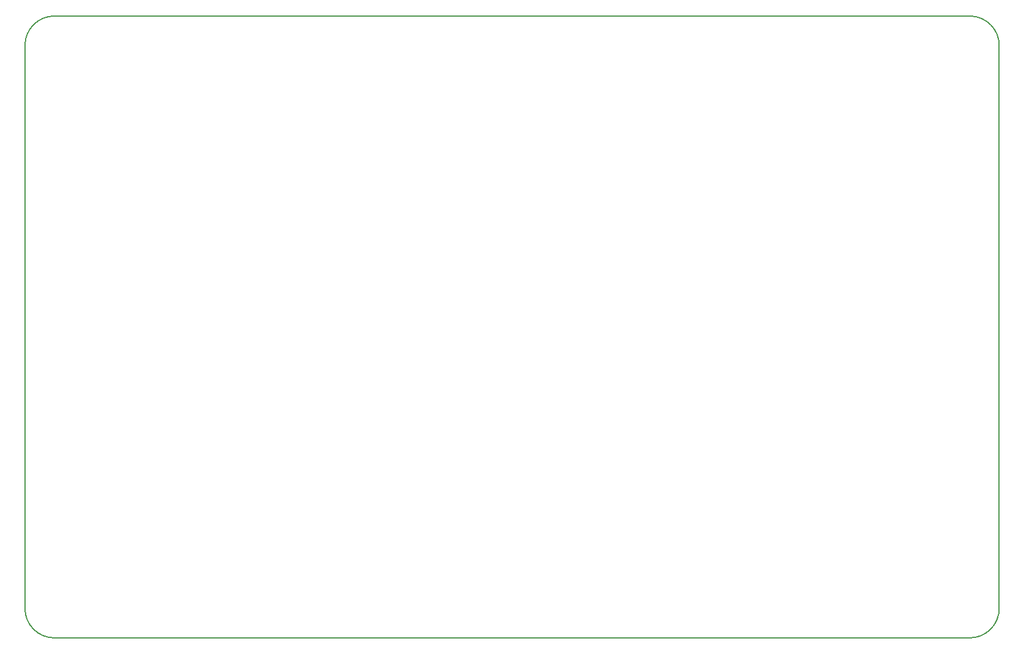
<source format=gm1>
G04 #@! TF.GenerationSoftware,KiCad,Pcbnew,7.0.6*
G04 #@! TF.CreationDate,2023-08-28T17:52:52+03:00*
G04 #@! TF.ProjectId,impeller,696d7065-6c6c-4657-922e-6b696361645f,rev?*
G04 #@! TF.SameCoordinates,Original*
G04 #@! TF.FileFunction,Profile,NP*
%FSLAX46Y46*%
G04 Gerber Fmt 4.6, Leading zero omitted, Abs format (unit mm)*
G04 Created by KiCad (PCBNEW 7.0.6) date 2023-08-28 17:52:52*
%MOMM*%
%LPD*%
G01*
G04 APERTURE LIST*
G04 #@! TA.AperFunction,Profile*
%ADD10C,0.150000*%
G04 #@! TD*
G04 APERTURE END LIST*
D10*
X208427728Y-47786372D02*
G75*
G03*
X204227744Y-43586372I-4200028J-28D01*
G01*
X204227744Y-43586372D02*
X74227744Y-43586372D01*
X208427744Y-127786372D02*
X208427744Y-47786372D01*
X70027728Y-127786372D02*
G75*
G03*
X74227744Y-131986372I4199972J-28D01*
G01*
X70027744Y-47786372D02*
X70027744Y-127786372D01*
X204227744Y-131986444D02*
G75*
G03*
X208427744Y-127786372I-44J4200044D01*
G01*
X74227744Y-43586364D02*
G75*
G03*
X70027744Y-47786372I6J-4200006D01*
G01*
X74227744Y-131986372D02*
X204227744Y-131986372D01*
M02*

</source>
